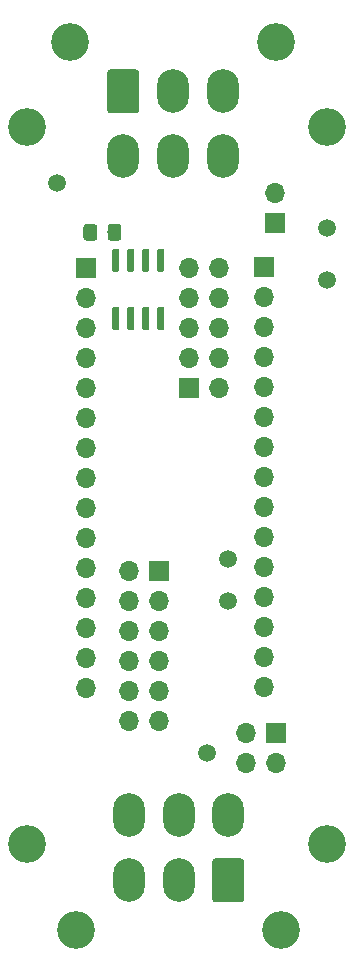
<source format=gbr>
G04 #@! TF.GenerationSoftware,KiCad,Pcbnew,(5.1.4)-1*
G04 #@! TF.CreationDate,2020-11-07T18:35:03-07:00*
G04 #@! TF.ProjectId,ABSIS_Nano,41425349-535f-44e6-916e-6f2e6b696361,1*
G04 #@! TF.SameCoordinates,Original*
G04 #@! TF.FileFunction,Soldermask,Top*
G04 #@! TF.FilePolarity,Negative*
%FSLAX46Y46*%
G04 Gerber Fmt 4.6, Leading zero omitted, Abs format (unit mm)*
G04 Created by KiCad (PCBNEW (5.1.4)-1) date 2020-11-07 18:35:03*
%MOMM*%
%LPD*%
G04 APERTURE LIST*
%ADD10O,1.700000X1.700000*%
%ADD11R,1.700000X1.700000*%
%ADD12C,3.200000*%
%ADD13C,0.100000*%
%ADD14C,1.150000*%
%ADD15C,1.500000*%
%ADD16C,0.600000*%
%ADD17C,2.700000*%
%ADD18O,2.700000X3.700000*%
G04 APERTURE END LIST*
D10*
X139547600Y-106883200D03*
X139547600Y-104343200D03*
X139547600Y-101803200D03*
X139547600Y-99263200D03*
X139547600Y-96723200D03*
X139547600Y-94183200D03*
X139547600Y-91643200D03*
X139547600Y-89103200D03*
X139547600Y-86563200D03*
X139547600Y-84023200D03*
X139547600Y-81483200D03*
X139547600Y-78943200D03*
X139547600Y-76403200D03*
X139547600Y-73863200D03*
D11*
X139547600Y-71323200D03*
D10*
X154686000Y-106807000D03*
X154686000Y-104267000D03*
X154686000Y-101727000D03*
X154686000Y-99187000D03*
X154686000Y-96647000D03*
X154686000Y-94107000D03*
X154686000Y-91567000D03*
X154686000Y-89027000D03*
X154686000Y-86487000D03*
X154686000Y-83947000D03*
X154686000Y-81407000D03*
X154686000Y-78867000D03*
X154686000Y-76327000D03*
X154686000Y-73787000D03*
D11*
X154686000Y-71247000D03*
D12*
X160020000Y-120142000D03*
X134620000Y-120142000D03*
X134620000Y-59436000D03*
X160020000Y-59436000D03*
D13*
G36*
X142344505Y-67627204D02*
G01*
X142368773Y-67630804D01*
X142392572Y-67636765D01*
X142415671Y-67645030D01*
X142437850Y-67655520D01*
X142458893Y-67668132D01*
X142478599Y-67682747D01*
X142496777Y-67699223D01*
X142513253Y-67717401D01*
X142527868Y-67737107D01*
X142540480Y-67758150D01*
X142550970Y-67780329D01*
X142559235Y-67803428D01*
X142565196Y-67827227D01*
X142568796Y-67851495D01*
X142570000Y-67875999D01*
X142570000Y-68776001D01*
X142568796Y-68800505D01*
X142565196Y-68824773D01*
X142559235Y-68848572D01*
X142550970Y-68871671D01*
X142540480Y-68893850D01*
X142527868Y-68914893D01*
X142513253Y-68934599D01*
X142496777Y-68952777D01*
X142478599Y-68969253D01*
X142458893Y-68983868D01*
X142437850Y-68996480D01*
X142415671Y-69006970D01*
X142392572Y-69015235D01*
X142368773Y-69021196D01*
X142344505Y-69024796D01*
X142320001Y-69026000D01*
X141669999Y-69026000D01*
X141645495Y-69024796D01*
X141621227Y-69021196D01*
X141597428Y-69015235D01*
X141574329Y-69006970D01*
X141552150Y-68996480D01*
X141531107Y-68983868D01*
X141511401Y-68969253D01*
X141493223Y-68952777D01*
X141476747Y-68934599D01*
X141462132Y-68914893D01*
X141449520Y-68893850D01*
X141439030Y-68871671D01*
X141430765Y-68848572D01*
X141424804Y-68824773D01*
X141421204Y-68800505D01*
X141420000Y-68776001D01*
X141420000Y-67875999D01*
X141421204Y-67851495D01*
X141424804Y-67827227D01*
X141430765Y-67803428D01*
X141439030Y-67780329D01*
X141449520Y-67758150D01*
X141462132Y-67737107D01*
X141476747Y-67717401D01*
X141493223Y-67699223D01*
X141511401Y-67682747D01*
X141531107Y-67668132D01*
X141552150Y-67655520D01*
X141574329Y-67645030D01*
X141597428Y-67636765D01*
X141621227Y-67630804D01*
X141645495Y-67627204D01*
X141669999Y-67626000D01*
X142320001Y-67626000D01*
X142344505Y-67627204D01*
X142344505Y-67627204D01*
G37*
D14*
X141995000Y-68326000D03*
D13*
G36*
X140294505Y-67627204D02*
G01*
X140318773Y-67630804D01*
X140342572Y-67636765D01*
X140365671Y-67645030D01*
X140387850Y-67655520D01*
X140408893Y-67668132D01*
X140428599Y-67682747D01*
X140446777Y-67699223D01*
X140463253Y-67717401D01*
X140477868Y-67737107D01*
X140490480Y-67758150D01*
X140500970Y-67780329D01*
X140509235Y-67803428D01*
X140515196Y-67827227D01*
X140518796Y-67851495D01*
X140520000Y-67875999D01*
X140520000Y-68776001D01*
X140518796Y-68800505D01*
X140515196Y-68824773D01*
X140509235Y-68848572D01*
X140500970Y-68871671D01*
X140490480Y-68893850D01*
X140477868Y-68914893D01*
X140463253Y-68934599D01*
X140446777Y-68952777D01*
X140428599Y-68969253D01*
X140408893Y-68983868D01*
X140387850Y-68996480D01*
X140365671Y-69006970D01*
X140342572Y-69015235D01*
X140318773Y-69021196D01*
X140294505Y-69024796D01*
X140270001Y-69026000D01*
X139619999Y-69026000D01*
X139595495Y-69024796D01*
X139571227Y-69021196D01*
X139547428Y-69015235D01*
X139524329Y-69006970D01*
X139502150Y-68996480D01*
X139481107Y-68983868D01*
X139461401Y-68969253D01*
X139443223Y-68952777D01*
X139426747Y-68934599D01*
X139412132Y-68914893D01*
X139399520Y-68893850D01*
X139389030Y-68871671D01*
X139380765Y-68848572D01*
X139374804Y-68824773D01*
X139371204Y-68800505D01*
X139370000Y-68776001D01*
X139370000Y-67875999D01*
X139371204Y-67851495D01*
X139374804Y-67827227D01*
X139380765Y-67803428D01*
X139389030Y-67780329D01*
X139399520Y-67758150D01*
X139412132Y-67737107D01*
X139426747Y-67717401D01*
X139443223Y-67699223D01*
X139461401Y-67682747D01*
X139481107Y-67668132D01*
X139502150Y-67655520D01*
X139524329Y-67645030D01*
X139547428Y-67636765D01*
X139571227Y-67630804D01*
X139595495Y-67627204D01*
X139619999Y-67626000D01*
X140270001Y-67626000D01*
X140294505Y-67627204D01*
X140294505Y-67627204D01*
G37*
D14*
X139945000Y-68326000D03*
D11*
X145796000Y-97028000D03*
D10*
X143256000Y-97028000D03*
X145796000Y-99568000D03*
X143256000Y-99568000D03*
X145796000Y-102108000D03*
X143256000Y-102108000D03*
X145796000Y-104648000D03*
X143256000Y-104648000D03*
X145796000Y-107188000D03*
X143256000Y-107188000D03*
X145796000Y-109728000D03*
X143256000Y-109728000D03*
D11*
X148336000Y-81534000D03*
D10*
X150876000Y-81534000D03*
X148336000Y-78994000D03*
X150876000Y-78994000D03*
X148336000Y-76454000D03*
X150876000Y-76454000D03*
X148336000Y-73914000D03*
X150876000Y-73914000D03*
X148336000Y-71374000D03*
X150876000Y-71374000D03*
D11*
X155702000Y-110744000D03*
D10*
X153162000Y-110744000D03*
X155702000Y-113284000D03*
X153162000Y-113284000D03*
D11*
X155575000Y-67564000D03*
D10*
X155575000Y-65024000D03*
D15*
X160020000Y-72390000D03*
X137160000Y-64135000D03*
X149860000Y-112395000D03*
X160020000Y-67945000D03*
X151638000Y-96012000D03*
X151638000Y-99568000D03*
D13*
G36*
X142277703Y-74652722D02*
G01*
X142292264Y-74654882D01*
X142306543Y-74658459D01*
X142320403Y-74663418D01*
X142333710Y-74669712D01*
X142346336Y-74677280D01*
X142358159Y-74686048D01*
X142369066Y-74695934D01*
X142378952Y-74706841D01*
X142387720Y-74718664D01*
X142395288Y-74731290D01*
X142401582Y-74744597D01*
X142406541Y-74758457D01*
X142410118Y-74772736D01*
X142412278Y-74787297D01*
X142413000Y-74802000D01*
X142413000Y-76452000D01*
X142412278Y-76466703D01*
X142410118Y-76481264D01*
X142406541Y-76495543D01*
X142401582Y-76509403D01*
X142395288Y-76522710D01*
X142387720Y-76535336D01*
X142378952Y-76547159D01*
X142369066Y-76558066D01*
X142358159Y-76567952D01*
X142346336Y-76576720D01*
X142333710Y-76584288D01*
X142320403Y-76590582D01*
X142306543Y-76595541D01*
X142292264Y-76599118D01*
X142277703Y-76601278D01*
X142263000Y-76602000D01*
X141963000Y-76602000D01*
X141948297Y-76601278D01*
X141933736Y-76599118D01*
X141919457Y-76595541D01*
X141905597Y-76590582D01*
X141892290Y-76584288D01*
X141879664Y-76576720D01*
X141867841Y-76567952D01*
X141856934Y-76558066D01*
X141847048Y-76547159D01*
X141838280Y-76535336D01*
X141830712Y-76522710D01*
X141824418Y-76509403D01*
X141819459Y-76495543D01*
X141815882Y-76481264D01*
X141813722Y-76466703D01*
X141813000Y-76452000D01*
X141813000Y-74802000D01*
X141813722Y-74787297D01*
X141815882Y-74772736D01*
X141819459Y-74758457D01*
X141824418Y-74744597D01*
X141830712Y-74731290D01*
X141838280Y-74718664D01*
X141847048Y-74706841D01*
X141856934Y-74695934D01*
X141867841Y-74686048D01*
X141879664Y-74677280D01*
X141892290Y-74669712D01*
X141905597Y-74663418D01*
X141919457Y-74658459D01*
X141933736Y-74654882D01*
X141948297Y-74652722D01*
X141963000Y-74652000D01*
X142263000Y-74652000D01*
X142277703Y-74652722D01*
X142277703Y-74652722D01*
G37*
D16*
X142113000Y-75627000D03*
D13*
G36*
X143547703Y-74652722D02*
G01*
X143562264Y-74654882D01*
X143576543Y-74658459D01*
X143590403Y-74663418D01*
X143603710Y-74669712D01*
X143616336Y-74677280D01*
X143628159Y-74686048D01*
X143639066Y-74695934D01*
X143648952Y-74706841D01*
X143657720Y-74718664D01*
X143665288Y-74731290D01*
X143671582Y-74744597D01*
X143676541Y-74758457D01*
X143680118Y-74772736D01*
X143682278Y-74787297D01*
X143683000Y-74802000D01*
X143683000Y-76452000D01*
X143682278Y-76466703D01*
X143680118Y-76481264D01*
X143676541Y-76495543D01*
X143671582Y-76509403D01*
X143665288Y-76522710D01*
X143657720Y-76535336D01*
X143648952Y-76547159D01*
X143639066Y-76558066D01*
X143628159Y-76567952D01*
X143616336Y-76576720D01*
X143603710Y-76584288D01*
X143590403Y-76590582D01*
X143576543Y-76595541D01*
X143562264Y-76599118D01*
X143547703Y-76601278D01*
X143533000Y-76602000D01*
X143233000Y-76602000D01*
X143218297Y-76601278D01*
X143203736Y-76599118D01*
X143189457Y-76595541D01*
X143175597Y-76590582D01*
X143162290Y-76584288D01*
X143149664Y-76576720D01*
X143137841Y-76567952D01*
X143126934Y-76558066D01*
X143117048Y-76547159D01*
X143108280Y-76535336D01*
X143100712Y-76522710D01*
X143094418Y-76509403D01*
X143089459Y-76495543D01*
X143085882Y-76481264D01*
X143083722Y-76466703D01*
X143083000Y-76452000D01*
X143083000Y-74802000D01*
X143083722Y-74787297D01*
X143085882Y-74772736D01*
X143089459Y-74758457D01*
X143094418Y-74744597D01*
X143100712Y-74731290D01*
X143108280Y-74718664D01*
X143117048Y-74706841D01*
X143126934Y-74695934D01*
X143137841Y-74686048D01*
X143149664Y-74677280D01*
X143162290Y-74669712D01*
X143175597Y-74663418D01*
X143189457Y-74658459D01*
X143203736Y-74654882D01*
X143218297Y-74652722D01*
X143233000Y-74652000D01*
X143533000Y-74652000D01*
X143547703Y-74652722D01*
X143547703Y-74652722D01*
G37*
D16*
X143383000Y-75627000D03*
D13*
G36*
X144817703Y-74652722D02*
G01*
X144832264Y-74654882D01*
X144846543Y-74658459D01*
X144860403Y-74663418D01*
X144873710Y-74669712D01*
X144886336Y-74677280D01*
X144898159Y-74686048D01*
X144909066Y-74695934D01*
X144918952Y-74706841D01*
X144927720Y-74718664D01*
X144935288Y-74731290D01*
X144941582Y-74744597D01*
X144946541Y-74758457D01*
X144950118Y-74772736D01*
X144952278Y-74787297D01*
X144953000Y-74802000D01*
X144953000Y-76452000D01*
X144952278Y-76466703D01*
X144950118Y-76481264D01*
X144946541Y-76495543D01*
X144941582Y-76509403D01*
X144935288Y-76522710D01*
X144927720Y-76535336D01*
X144918952Y-76547159D01*
X144909066Y-76558066D01*
X144898159Y-76567952D01*
X144886336Y-76576720D01*
X144873710Y-76584288D01*
X144860403Y-76590582D01*
X144846543Y-76595541D01*
X144832264Y-76599118D01*
X144817703Y-76601278D01*
X144803000Y-76602000D01*
X144503000Y-76602000D01*
X144488297Y-76601278D01*
X144473736Y-76599118D01*
X144459457Y-76595541D01*
X144445597Y-76590582D01*
X144432290Y-76584288D01*
X144419664Y-76576720D01*
X144407841Y-76567952D01*
X144396934Y-76558066D01*
X144387048Y-76547159D01*
X144378280Y-76535336D01*
X144370712Y-76522710D01*
X144364418Y-76509403D01*
X144359459Y-76495543D01*
X144355882Y-76481264D01*
X144353722Y-76466703D01*
X144353000Y-76452000D01*
X144353000Y-74802000D01*
X144353722Y-74787297D01*
X144355882Y-74772736D01*
X144359459Y-74758457D01*
X144364418Y-74744597D01*
X144370712Y-74731290D01*
X144378280Y-74718664D01*
X144387048Y-74706841D01*
X144396934Y-74695934D01*
X144407841Y-74686048D01*
X144419664Y-74677280D01*
X144432290Y-74669712D01*
X144445597Y-74663418D01*
X144459457Y-74658459D01*
X144473736Y-74654882D01*
X144488297Y-74652722D01*
X144503000Y-74652000D01*
X144803000Y-74652000D01*
X144817703Y-74652722D01*
X144817703Y-74652722D01*
G37*
D16*
X144653000Y-75627000D03*
D13*
G36*
X146087703Y-74652722D02*
G01*
X146102264Y-74654882D01*
X146116543Y-74658459D01*
X146130403Y-74663418D01*
X146143710Y-74669712D01*
X146156336Y-74677280D01*
X146168159Y-74686048D01*
X146179066Y-74695934D01*
X146188952Y-74706841D01*
X146197720Y-74718664D01*
X146205288Y-74731290D01*
X146211582Y-74744597D01*
X146216541Y-74758457D01*
X146220118Y-74772736D01*
X146222278Y-74787297D01*
X146223000Y-74802000D01*
X146223000Y-76452000D01*
X146222278Y-76466703D01*
X146220118Y-76481264D01*
X146216541Y-76495543D01*
X146211582Y-76509403D01*
X146205288Y-76522710D01*
X146197720Y-76535336D01*
X146188952Y-76547159D01*
X146179066Y-76558066D01*
X146168159Y-76567952D01*
X146156336Y-76576720D01*
X146143710Y-76584288D01*
X146130403Y-76590582D01*
X146116543Y-76595541D01*
X146102264Y-76599118D01*
X146087703Y-76601278D01*
X146073000Y-76602000D01*
X145773000Y-76602000D01*
X145758297Y-76601278D01*
X145743736Y-76599118D01*
X145729457Y-76595541D01*
X145715597Y-76590582D01*
X145702290Y-76584288D01*
X145689664Y-76576720D01*
X145677841Y-76567952D01*
X145666934Y-76558066D01*
X145657048Y-76547159D01*
X145648280Y-76535336D01*
X145640712Y-76522710D01*
X145634418Y-76509403D01*
X145629459Y-76495543D01*
X145625882Y-76481264D01*
X145623722Y-76466703D01*
X145623000Y-76452000D01*
X145623000Y-74802000D01*
X145623722Y-74787297D01*
X145625882Y-74772736D01*
X145629459Y-74758457D01*
X145634418Y-74744597D01*
X145640712Y-74731290D01*
X145648280Y-74718664D01*
X145657048Y-74706841D01*
X145666934Y-74695934D01*
X145677841Y-74686048D01*
X145689664Y-74677280D01*
X145702290Y-74669712D01*
X145715597Y-74663418D01*
X145729457Y-74658459D01*
X145743736Y-74654882D01*
X145758297Y-74652722D01*
X145773000Y-74652000D01*
X146073000Y-74652000D01*
X146087703Y-74652722D01*
X146087703Y-74652722D01*
G37*
D16*
X145923000Y-75627000D03*
D13*
G36*
X146087703Y-69702722D02*
G01*
X146102264Y-69704882D01*
X146116543Y-69708459D01*
X146130403Y-69713418D01*
X146143710Y-69719712D01*
X146156336Y-69727280D01*
X146168159Y-69736048D01*
X146179066Y-69745934D01*
X146188952Y-69756841D01*
X146197720Y-69768664D01*
X146205288Y-69781290D01*
X146211582Y-69794597D01*
X146216541Y-69808457D01*
X146220118Y-69822736D01*
X146222278Y-69837297D01*
X146223000Y-69852000D01*
X146223000Y-71502000D01*
X146222278Y-71516703D01*
X146220118Y-71531264D01*
X146216541Y-71545543D01*
X146211582Y-71559403D01*
X146205288Y-71572710D01*
X146197720Y-71585336D01*
X146188952Y-71597159D01*
X146179066Y-71608066D01*
X146168159Y-71617952D01*
X146156336Y-71626720D01*
X146143710Y-71634288D01*
X146130403Y-71640582D01*
X146116543Y-71645541D01*
X146102264Y-71649118D01*
X146087703Y-71651278D01*
X146073000Y-71652000D01*
X145773000Y-71652000D01*
X145758297Y-71651278D01*
X145743736Y-71649118D01*
X145729457Y-71645541D01*
X145715597Y-71640582D01*
X145702290Y-71634288D01*
X145689664Y-71626720D01*
X145677841Y-71617952D01*
X145666934Y-71608066D01*
X145657048Y-71597159D01*
X145648280Y-71585336D01*
X145640712Y-71572710D01*
X145634418Y-71559403D01*
X145629459Y-71545543D01*
X145625882Y-71531264D01*
X145623722Y-71516703D01*
X145623000Y-71502000D01*
X145623000Y-69852000D01*
X145623722Y-69837297D01*
X145625882Y-69822736D01*
X145629459Y-69808457D01*
X145634418Y-69794597D01*
X145640712Y-69781290D01*
X145648280Y-69768664D01*
X145657048Y-69756841D01*
X145666934Y-69745934D01*
X145677841Y-69736048D01*
X145689664Y-69727280D01*
X145702290Y-69719712D01*
X145715597Y-69713418D01*
X145729457Y-69708459D01*
X145743736Y-69704882D01*
X145758297Y-69702722D01*
X145773000Y-69702000D01*
X146073000Y-69702000D01*
X146087703Y-69702722D01*
X146087703Y-69702722D01*
G37*
D16*
X145923000Y-70677000D03*
D13*
G36*
X144817703Y-69702722D02*
G01*
X144832264Y-69704882D01*
X144846543Y-69708459D01*
X144860403Y-69713418D01*
X144873710Y-69719712D01*
X144886336Y-69727280D01*
X144898159Y-69736048D01*
X144909066Y-69745934D01*
X144918952Y-69756841D01*
X144927720Y-69768664D01*
X144935288Y-69781290D01*
X144941582Y-69794597D01*
X144946541Y-69808457D01*
X144950118Y-69822736D01*
X144952278Y-69837297D01*
X144953000Y-69852000D01*
X144953000Y-71502000D01*
X144952278Y-71516703D01*
X144950118Y-71531264D01*
X144946541Y-71545543D01*
X144941582Y-71559403D01*
X144935288Y-71572710D01*
X144927720Y-71585336D01*
X144918952Y-71597159D01*
X144909066Y-71608066D01*
X144898159Y-71617952D01*
X144886336Y-71626720D01*
X144873710Y-71634288D01*
X144860403Y-71640582D01*
X144846543Y-71645541D01*
X144832264Y-71649118D01*
X144817703Y-71651278D01*
X144803000Y-71652000D01*
X144503000Y-71652000D01*
X144488297Y-71651278D01*
X144473736Y-71649118D01*
X144459457Y-71645541D01*
X144445597Y-71640582D01*
X144432290Y-71634288D01*
X144419664Y-71626720D01*
X144407841Y-71617952D01*
X144396934Y-71608066D01*
X144387048Y-71597159D01*
X144378280Y-71585336D01*
X144370712Y-71572710D01*
X144364418Y-71559403D01*
X144359459Y-71545543D01*
X144355882Y-71531264D01*
X144353722Y-71516703D01*
X144353000Y-71502000D01*
X144353000Y-69852000D01*
X144353722Y-69837297D01*
X144355882Y-69822736D01*
X144359459Y-69808457D01*
X144364418Y-69794597D01*
X144370712Y-69781290D01*
X144378280Y-69768664D01*
X144387048Y-69756841D01*
X144396934Y-69745934D01*
X144407841Y-69736048D01*
X144419664Y-69727280D01*
X144432290Y-69719712D01*
X144445597Y-69713418D01*
X144459457Y-69708459D01*
X144473736Y-69704882D01*
X144488297Y-69702722D01*
X144503000Y-69702000D01*
X144803000Y-69702000D01*
X144817703Y-69702722D01*
X144817703Y-69702722D01*
G37*
D16*
X144653000Y-70677000D03*
D13*
G36*
X143547703Y-69702722D02*
G01*
X143562264Y-69704882D01*
X143576543Y-69708459D01*
X143590403Y-69713418D01*
X143603710Y-69719712D01*
X143616336Y-69727280D01*
X143628159Y-69736048D01*
X143639066Y-69745934D01*
X143648952Y-69756841D01*
X143657720Y-69768664D01*
X143665288Y-69781290D01*
X143671582Y-69794597D01*
X143676541Y-69808457D01*
X143680118Y-69822736D01*
X143682278Y-69837297D01*
X143683000Y-69852000D01*
X143683000Y-71502000D01*
X143682278Y-71516703D01*
X143680118Y-71531264D01*
X143676541Y-71545543D01*
X143671582Y-71559403D01*
X143665288Y-71572710D01*
X143657720Y-71585336D01*
X143648952Y-71597159D01*
X143639066Y-71608066D01*
X143628159Y-71617952D01*
X143616336Y-71626720D01*
X143603710Y-71634288D01*
X143590403Y-71640582D01*
X143576543Y-71645541D01*
X143562264Y-71649118D01*
X143547703Y-71651278D01*
X143533000Y-71652000D01*
X143233000Y-71652000D01*
X143218297Y-71651278D01*
X143203736Y-71649118D01*
X143189457Y-71645541D01*
X143175597Y-71640582D01*
X143162290Y-71634288D01*
X143149664Y-71626720D01*
X143137841Y-71617952D01*
X143126934Y-71608066D01*
X143117048Y-71597159D01*
X143108280Y-71585336D01*
X143100712Y-71572710D01*
X143094418Y-71559403D01*
X143089459Y-71545543D01*
X143085882Y-71531264D01*
X143083722Y-71516703D01*
X143083000Y-71502000D01*
X143083000Y-69852000D01*
X143083722Y-69837297D01*
X143085882Y-69822736D01*
X143089459Y-69808457D01*
X143094418Y-69794597D01*
X143100712Y-69781290D01*
X143108280Y-69768664D01*
X143117048Y-69756841D01*
X143126934Y-69745934D01*
X143137841Y-69736048D01*
X143149664Y-69727280D01*
X143162290Y-69719712D01*
X143175597Y-69713418D01*
X143189457Y-69708459D01*
X143203736Y-69704882D01*
X143218297Y-69702722D01*
X143233000Y-69702000D01*
X143533000Y-69702000D01*
X143547703Y-69702722D01*
X143547703Y-69702722D01*
G37*
D16*
X143383000Y-70677000D03*
D13*
G36*
X142277703Y-69702722D02*
G01*
X142292264Y-69704882D01*
X142306543Y-69708459D01*
X142320403Y-69713418D01*
X142333710Y-69719712D01*
X142346336Y-69727280D01*
X142358159Y-69736048D01*
X142369066Y-69745934D01*
X142378952Y-69756841D01*
X142387720Y-69768664D01*
X142395288Y-69781290D01*
X142401582Y-69794597D01*
X142406541Y-69808457D01*
X142410118Y-69822736D01*
X142412278Y-69837297D01*
X142413000Y-69852000D01*
X142413000Y-71502000D01*
X142412278Y-71516703D01*
X142410118Y-71531264D01*
X142406541Y-71545543D01*
X142401582Y-71559403D01*
X142395288Y-71572710D01*
X142387720Y-71585336D01*
X142378952Y-71597159D01*
X142369066Y-71608066D01*
X142358159Y-71617952D01*
X142346336Y-71626720D01*
X142333710Y-71634288D01*
X142320403Y-71640582D01*
X142306543Y-71645541D01*
X142292264Y-71649118D01*
X142277703Y-71651278D01*
X142263000Y-71652000D01*
X141963000Y-71652000D01*
X141948297Y-71651278D01*
X141933736Y-71649118D01*
X141919457Y-71645541D01*
X141905597Y-71640582D01*
X141892290Y-71634288D01*
X141879664Y-71626720D01*
X141867841Y-71617952D01*
X141856934Y-71608066D01*
X141847048Y-71597159D01*
X141838280Y-71585336D01*
X141830712Y-71572710D01*
X141824418Y-71559403D01*
X141819459Y-71545543D01*
X141815882Y-71531264D01*
X141813722Y-71516703D01*
X141813000Y-71502000D01*
X141813000Y-69852000D01*
X141813722Y-69837297D01*
X141815882Y-69822736D01*
X141819459Y-69808457D01*
X141824418Y-69794597D01*
X141830712Y-69781290D01*
X141838280Y-69768664D01*
X141847048Y-69756841D01*
X141856934Y-69745934D01*
X141867841Y-69736048D01*
X141879664Y-69727280D01*
X141892290Y-69719712D01*
X141905597Y-69713418D01*
X141919457Y-69708459D01*
X141933736Y-69704882D01*
X141948297Y-69702722D01*
X141963000Y-69702000D01*
X142263000Y-69702000D01*
X142277703Y-69702722D01*
X142277703Y-69702722D01*
G37*
D16*
X142113000Y-70677000D03*
D13*
G36*
X143872503Y-54539204D02*
G01*
X143896772Y-54542804D01*
X143920570Y-54548765D01*
X143943670Y-54557030D01*
X143965849Y-54567520D01*
X143986892Y-54580133D01*
X144006598Y-54594748D01*
X144024776Y-54611224D01*
X144041252Y-54629402D01*
X144055867Y-54649108D01*
X144068480Y-54670151D01*
X144078970Y-54692330D01*
X144087235Y-54715430D01*
X144093196Y-54739228D01*
X144096796Y-54763497D01*
X144098000Y-54788001D01*
X144098000Y-57987999D01*
X144096796Y-58012503D01*
X144093196Y-58036772D01*
X144087235Y-58060570D01*
X144078970Y-58083670D01*
X144068480Y-58105849D01*
X144055867Y-58126892D01*
X144041252Y-58146598D01*
X144024776Y-58164776D01*
X144006598Y-58181252D01*
X143986892Y-58195867D01*
X143965849Y-58208480D01*
X143943670Y-58218970D01*
X143920570Y-58227235D01*
X143896772Y-58233196D01*
X143872503Y-58236796D01*
X143847999Y-58238000D01*
X141648001Y-58238000D01*
X141623497Y-58236796D01*
X141599228Y-58233196D01*
X141575430Y-58227235D01*
X141552330Y-58218970D01*
X141530151Y-58208480D01*
X141509108Y-58195867D01*
X141489402Y-58181252D01*
X141471224Y-58164776D01*
X141454748Y-58146598D01*
X141440133Y-58126892D01*
X141427520Y-58105849D01*
X141417030Y-58083670D01*
X141408765Y-58060570D01*
X141402804Y-58036772D01*
X141399204Y-58012503D01*
X141398000Y-57987999D01*
X141398000Y-54788001D01*
X141399204Y-54763497D01*
X141402804Y-54739228D01*
X141408765Y-54715430D01*
X141417030Y-54692330D01*
X141427520Y-54670151D01*
X141440133Y-54649108D01*
X141454748Y-54629402D01*
X141471224Y-54611224D01*
X141489402Y-54594748D01*
X141509108Y-54580133D01*
X141530151Y-54567520D01*
X141552330Y-54557030D01*
X141575430Y-54548765D01*
X141599228Y-54542804D01*
X141623497Y-54539204D01*
X141648001Y-54538000D01*
X143847999Y-54538000D01*
X143872503Y-54539204D01*
X143872503Y-54539204D01*
G37*
D17*
X142748000Y-56388000D03*
D18*
X146948000Y-56388000D03*
X151148000Y-56388000D03*
X142748000Y-61888000D03*
X146948000Y-61888000D03*
X151148000Y-61888000D03*
D12*
X138248000Y-52188000D03*
X155648000Y-52188000D03*
D13*
G36*
X152762503Y-121341204D02*
G01*
X152786772Y-121344804D01*
X152810570Y-121350765D01*
X152833670Y-121359030D01*
X152855849Y-121369520D01*
X152876892Y-121382133D01*
X152896598Y-121396748D01*
X152914776Y-121413224D01*
X152931252Y-121431402D01*
X152945867Y-121451108D01*
X152958480Y-121472151D01*
X152968970Y-121494330D01*
X152977235Y-121517430D01*
X152983196Y-121541228D01*
X152986796Y-121565497D01*
X152988000Y-121590001D01*
X152988000Y-124789999D01*
X152986796Y-124814503D01*
X152983196Y-124838772D01*
X152977235Y-124862570D01*
X152968970Y-124885670D01*
X152958480Y-124907849D01*
X152945867Y-124928892D01*
X152931252Y-124948598D01*
X152914776Y-124966776D01*
X152896598Y-124983252D01*
X152876892Y-124997867D01*
X152855849Y-125010480D01*
X152833670Y-125020970D01*
X152810570Y-125029235D01*
X152786772Y-125035196D01*
X152762503Y-125038796D01*
X152737999Y-125040000D01*
X150538001Y-125040000D01*
X150513497Y-125038796D01*
X150489228Y-125035196D01*
X150465430Y-125029235D01*
X150442330Y-125020970D01*
X150420151Y-125010480D01*
X150399108Y-124997867D01*
X150379402Y-124983252D01*
X150361224Y-124966776D01*
X150344748Y-124948598D01*
X150330133Y-124928892D01*
X150317520Y-124907849D01*
X150307030Y-124885670D01*
X150298765Y-124862570D01*
X150292804Y-124838772D01*
X150289204Y-124814503D01*
X150288000Y-124789999D01*
X150288000Y-121590001D01*
X150289204Y-121565497D01*
X150292804Y-121541228D01*
X150298765Y-121517430D01*
X150307030Y-121494330D01*
X150317520Y-121472151D01*
X150330133Y-121451108D01*
X150344748Y-121431402D01*
X150361224Y-121413224D01*
X150379402Y-121396748D01*
X150399108Y-121382133D01*
X150420151Y-121369520D01*
X150442330Y-121359030D01*
X150465430Y-121350765D01*
X150489228Y-121344804D01*
X150513497Y-121341204D01*
X150538001Y-121340000D01*
X152737999Y-121340000D01*
X152762503Y-121341204D01*
X152762503Y-121341204D01*
G37*
D17*
X151638000Y-123190000D03*
D18*
X147438000Y-123190000D03*
X143238000Y-123190000D03*
X151638000Y-117690000D03*
X147438000Y-117690000D03*
X143238000Y-117690000D03*
D12*
X156138000Y-127390000D03*
X138738000Y-127390000D03*
M02*

</source>
